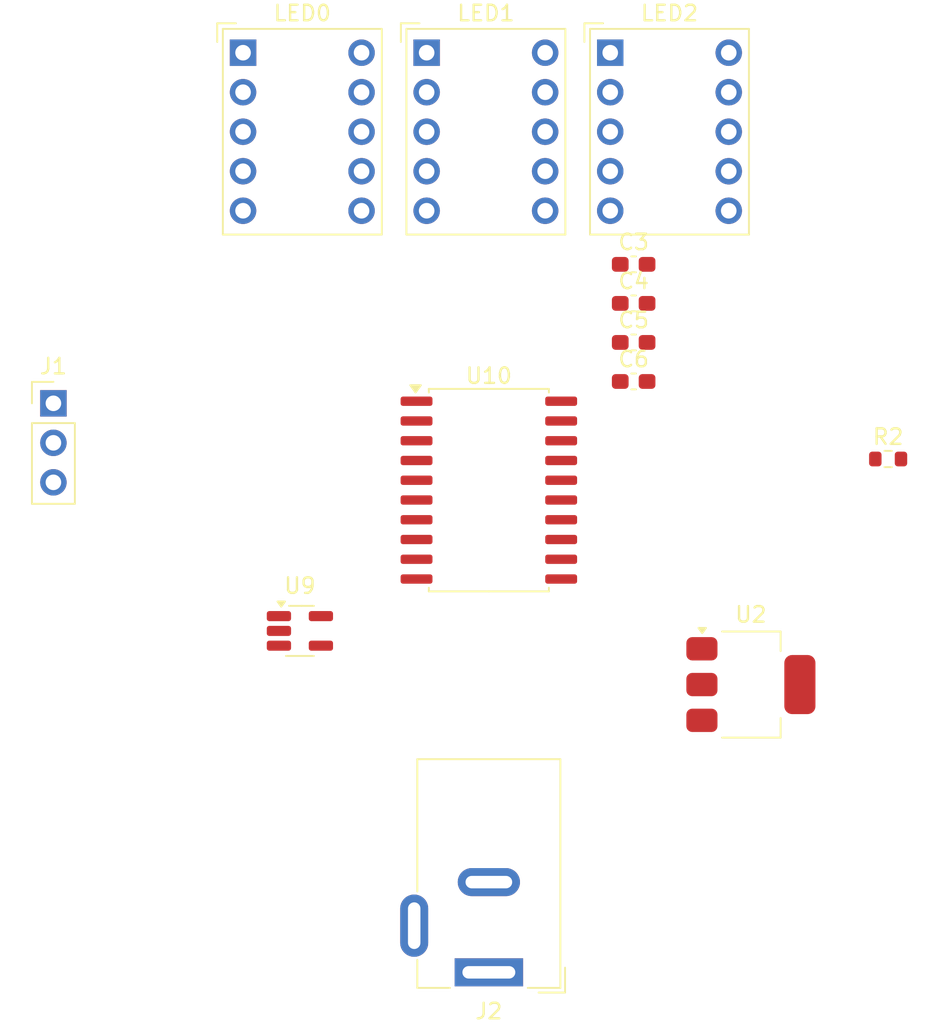
<source format=kicad_pcb>
(kicad_pcb (version 20241229) (generator "pcbnew") (generator_version "9.0")
  (layers (0 "F.Cu" signal) (2 "B.Cu" signal) (13 "F.Paste" user) (15 "B.Paste" user) (5 "F.SilkS" user "F.Silkscreen") (7 "B.SilkS" user "B.Silkscreen") (1 "F.Mask" user) (3 "B.Mask" user) (25 "Edge.Cuts" user))
  (net 0 "")
  (net 1 "VCC")
  (net 2 "GND")
  (net 4 "Net-(U10-VCC)")
  (net 7 "/5V")
  (net 8 "Net-(U9-V_{DD})")
  (net 9 "Net-(U2-VI)")
  (net 10 "Net-(U2-VO)")
  (net 11 "Net-(J1-Pin_2)")
  (net 12 "/SEG0-D")
  (net 13 "Net-(LED0-CA-Pad3)")
  (net 14 "/SEG0-G")
  (net 15 "/SEG0-B")
  (net 16 "/SEG0-E")
  (net 17 "/SEG0-A")
  (net 18 "/SEG0-C")
  (net 20 "/SEG0-F")
  (net 21 "/SEG1-D")
  (net 22 "/SEG1-E")
  (net 23 "/SEG1-B")
  (net 24 "/SEG1-F")
  (net 26 "/SEG1-G")
  (net 27 "/SEG1-C")
  (net 28 "/SEG1-A")
  (net 30 "/SEG2-C")
  (net 32 "/SEG2-B")
  (net 33 "/SEG2-G")
  (footprint "Capacitor_SMD:C_0603_1608Metric_Pad1.08x0.95mm_HandSolder" (layer "F.Cu") (at 150.81 109.015)
    (property "Reference" "C6" (at 0 -1.43 0) (layer "F.SilkS"))
    (property "Value" "100nF")
    (fp_line (start -0.146267 -0.51) (end 0.146267 -0.51) (stroke (width 0.12)) (layer "F.SilkS"))
    (fp_line (start -0.146267 0.51) (end 0.146267 0.51) (stroke (width 0.12)) (layer "F.SilkS"))
    (pad "1" smd roundrect (at -0.8625 0) (size 1.075 0.95) (layers "F.Cu" "F.Mask" "F.Paste") (net 10 "Net-(U2-VO)"))
    (pad "2" smd roundrect (at 0.8625 0) (size 1.075 0.95) (layers "F.Cu" "F.Mask" "F.Paste") (net 7 "/5V"))
  )
  (footprint "Resistor_SMD:R_0603_1608Metric" (layer "F.Cu") (at 167.175 114)
    (property "Reference" "R2" (at 0 -1.43 0) (layer "F.SilkS"))
    (property "Value" "150 Ohms")
    (fp_line (start -0.237258 -0.5225) (end 0.237258 -0.5225) (stroke (width 0.12)) (layer "F.SilkS"))
    (fp_line (start -0.237258 0.5225) (end 0.237258 0.5225) (stroke (width 0.12)) (layer "F.SilkS"))
    (pad "1" smd roundrect (at -0.825 0) (size 0.8 0.95) (layers "F.Cu" "F.Mask" "F.Paste") (net 13 "Net-(LED0-CA-Pad3)"))
    (pad "2" smd roundrect (at 0.825 0) (size 0.8 0.95) (layers "F.Cu" "F.Mask" "F.Paste") (net 7 "/5V"))
  )
  (footprint "Display_7Segment:Sx39-1xxxxx" (layer "F.Cu") (at 137.5 87.88)
    (property "Reference" "LED1" (at 3.81 -2.54 0) (layer "F.SilkS"))
    (property "Value" "SA39-11EWA")
    (fp_line (start -1.66 -1.89) (end -0.46 -1.89) (stroke (width 0.12)) (layer "F.SilkS"))
    (fp_line (start -1.66 -0.69) (end -1.66 -1.89) (stroke (width 0.12)) (layer "F.SilkS"))
    (fp_line (start -1.3 -1.53) (end -1.3 11.69) (stroke (width 0.12)) (layer "F.SilkS"))
    (fp_line (start -1.3 11.69) (end 8.92 11.69) (stroke (width 0.12)) (layer "F.SilkS"))
    (fp_line (start 8.92 -1.53) (end -1.3 -1.53) (stroke (width 0.12)) (layer "F.SilkS"))
    (fp_line (start 8.92 11.69) (end 8.92 -1.53) (stroke (width 0.12)) (layer "F.SilkS"))
    (pad "1" thru_hole rect (at 0 0) (size 1.7 1.7) (drill 1) (layers "*.Cu" "*.Mask") (net 26 "/SEG1-G"))
    (pad "2" thru_hole circle (at 0 2.54) (size 1.7 1.7) (drill 1) (layers "*.Cu" "*.Mask") (net 24 "/SEG1-F"))
    (pad "3" thru_hole circle (at 0 5.08) (size 1.7 1.7) (drill 1) (layers "*.Cu" "*.Mask") (net 13 "Net-(LED0-CA-Pad3)"))
    (pad "4" thru_hole circle (at 0 7.62) (size 1.7 1.7) (drill 1) (layers "*.Cu" "*.Mask") (net 22 "/SEG1-E"))
    (pad "5" thru_hole circle (at 0 10.16) (size 1.7 1.7) (drill 1) (layers "*.Cu" "*.Mask") (net 21 "/SEG1-D"))
    (pad "6" thru_hole circle (at 7.62 10.16) (size 1.7 1.7) (drill 1) (layers "*.Cu" "*.Mask"))
    (pad "7" thru_hole circle (at 7.62 7.62) (size 1.7 1.7) (drill 1) (layers "*.Cu" "*.Mask") (net 27 "/SEG1-C"))
    (pad "8" thru_hole circle (at 7.62 5.08) (size 1.7 1.7) (drill 1) (layers "*.Cu" "*.Mask") (net 13 "Net-(LED0-CA-Pad3)"))
    (pad "9" thru_hole circle (at 7.62 2.54) (size 1.7 1.7) (drill 1) (layers "*.Cu" "*.Mask") (net 23 "/SEG1-B"))
    (pad "10" thru_hole circle (at 7.62 0) (size 1.7 1.7) (drill 1) (layers "*.Cu" "*.Mask") (net 28 "/SEG1-A"))
  )
  (footprint "Display_7Segment:Sx39-1xxxxx" (layer "F.Cu") (at 125.695 87.88)
    (property "Reference" "LED0" (at 3.81 -2.54 0) (layer "F.SilkS"))
    (property "Value" "SA39-11EWA")
    (fp_line (start -1.66 -1.89) (end -0.46 -1.89) (stroke (width 0.12)) (layer "F.SilkS"))
    (fp_line (start -1.66 -0.69) (end -1.66 -1.89) (stroke (width 0.12)) (layer "F.SilkS"))
    (fp_line (start -1.3 -1.53) (end -1.3 11.69) (stroke (width 0.12)) (layer "F.SilkS"))
    (fp_line (start -1.3 11.69) (end 8.92 11.69) (stroke (width 0.12)) (layer "F.SilkS"))
    (fp_line (start 8.92 -1.53) (end -1.3 -1.53) (stroke (width 0.12)) (layer "F.SilkS"))
    (fp_line (start 8.92 11.69) (end 8.92 -1.53) (stroke (width 0.12)) (layer "F.SilkS"))
    (pad "1" thru_hole rect (at 0 0) (size 1.7 1.7) (drill 1) (layers "*.Cu" "*.Mask") (net 14 "/SEG0-G"))
    (pad "2" thru_hole circle (at 0 2.54) (size 1.7 1.7) (drill 1) (layers "*.Cu" "*.Mask") (net 20 "/SEG0-F"))
    (pad "3" thru_hole circle (at 0 5.08) (size 1.7 1.7) (drill 1) (layers "*.Cu" "*.Mask") (net 13 "Net-(LED0-CA-Pad3)"))
    (pad "4" thru_hole circle (at 0 7.62) (size 1.7 1.7) (drill 1) (layers "*.Cu" "*.Mask") (net 16 "/SEG0-E"))
    (pad "5" thru_hole circle (at 0 10.16) (size 1.7 1.7) (drill 1) (layers "*.Cu" "*.Mask") (net 12 "/SEG0-D"))
    (pad "6" thru_hole circle (at 7.62 10.16) (size 1.7 1.7) (drill 1) (layers "*.Cu" "*.Mask"))
    (pad "7" thru_hole circle (at 7.62 7.62) (size 1.7 1.7) (drill 1) (layers "*.Cu" "*.Mask") (net 18 "/SEG0-C"))
    (pad "8" thru_hole circle (at 7.62 5.08) (size 1.7 1.7) (drill 1) (layers "*.Cu" "*.Mask") (net 13 "Net-(LED0-CA-Pad3)"))
    (pad "9" thru_hole circle (at 7.62 2.54) (size 1.7 1.7) (drill 1) (layers "*.Cu" "*.Mask") (net 15 "/SEG0-B"))
    (pad "10" thru_hole circle (at 7.62 0) (size 1.7 1.7) (drill 1) (layers "*.Cu" "*.Mask") (net 17 "/SEG0-A"))
  )
  (footprint "Capacitor_SMD:C_0603_1608Metric_Pad1.08x0.95mm_HandSolder" (layer "F.Cu") (at 150.81 103.995)
    (property "Reference" "C4" (at 0 -1.43 0) (layer "F.SilkS"))
    (property "Value" "100nF")
    (fp_line (start -0.146267 -0.51) (end 0.146267 -0.51) (stroke (width 0.12)) (layer "F.SilkS"))
    (fp_line (start -0.146267 0.51) (end 0.146267 0.51) (stroke (width 0.12)) (layer "F.SilkS"))
    (pad "1" smd roundrect (at -0.8625 0) (size 1.075 0.95) (layers "F.Cu" "F.Mask" "F.Paste") (net 7 "/5V"))
    (pad "2" smd roundrect (at 0.8625 0) (size 1.075 0.95) (layers "F.Cu" "F.Mask" "F.Paste") (net 8 "Net-(U9-V_{DD})"))
  )
  (footprint "Package_SO:SOIC-20W_7.5x12.8mm_P1.27mm" (layer "F.Cu") (at 141.5 116)
    (property "Reference" "U10" (at 0 -7.35 0) (layer "F.SilkS"))
    (property "Value" "ATtiny1616-S")
    (fp_line (start -3.86 -6.51) (end -3.86 -6.275) (stroke (width 0.12)) (layer "F.SilkS"))
    (fp_line (start -3.86 6.51) (end -3.86 6.275) (stroke (width 0.12)) (layer "F.SilkS"))
    (fp_line (start 0 -6.51) (end -3.86 -6.51) (stroke (width 0.12)) (layer "F.SilkS"))
    (fp_line (start 0 -6.51) (end 3.86 -6.51) (stroke (width 0.12)) (layer "F.SilkS"))
    (fp_line (start 0 6.51) (end -3.86 6.51) (stroke (width 0.12)) (layer "F.SilkS"))
    (fp_line (start 0 6.51) (end 3.86 6.51) (stroke (width 0.12)) (layer "F.SilkS"))
    (fp_line (start 3.86 -6.51) (end 3.86 -6.275) (stroke (width 0.12)) (layer "F.SilkS"))
    (fp_line (start 3.86 6.51) (end 3.86 6.275) (stroke (width 0.12)) (layer "F.SilkS"))
    (fp_poly (pts (xy -4.7125 -6.275) (xy -5.0525 -6.745) (xy -4.3725 -6.745)) (stroke (width 0.12)) (fill yes) (layer "F.SilkS"))
    (pad "1" smd roundrect (at -4.65 -5.715) (size 2.05 0.6) (layers "F.Cu" "F.Mask" "F.Paste") (net 4 "Net-(U10-VCC)"))
    (pad "2" smd roundrect (at -4.65 -4.445) (size 2.05 0.6) (layers "F.Cu" "F.Mask" "F.Paste") (net 16 "/SEG0-E"))
    (pad "3" smd roundrect (at -4.65 -3.175) (size 2.05 0.6) (layers "F.Cu" "F.Mask" "F.Paste") (net 20 "/SEG0-F"))
    (pad "4" smd roundrect (at -4.65 -1.905) (size 2.05 0.6) (layers "F.Cu" "F.Mask" "F.Paste") (net 14 "/SEG0-G"))
    (pad "5" smd roundrect (at -4.65 -0.635) (size 2.05 0.6) (layers "F.Cu" "F.Mask" "F.Paste") (net 28 "/SEG1-A"))
    (pad "6" smd roundrect (at -4.65 0.635) (size 2.05 0.6) (layers "F.Cu" "F.Mask" "F.Paste") (net 26 "/SEG1-G"))
    (pad "7" smd roundrect (at -4.65 1.905) (size 2.05 0.6) (layers "F.Cu" "F.Mask" "F.Paste") (net 24 "/SEG1-F"))
    (pad "8" smd roundrect (at -4.65 3.175) (size 2.05 0.6) (layers "F.Cu" "F.Mask" "F.Paste") (net 22 "/SEG1-E"))
    (pad "9" smd roundrect (at -4.65 4.445) (size 2.05 0.6) (layers "F.Cu" "F.Mask" "F.Paste") (net 21 "/SEG1-D"))
    (pad "10" smd roundrect (at -4.65 5.715) (size 2.05 0.6) (layers "F.Cu" "F.Mask" "F.Paste") (net 27 "/SEG1-C"))
    (pad "11" smd roundrect (at 4.65 5.715) (size 2.05 0.6) (layers "F.Cu" "F.Mask" "F.Paste") (net 23 "/SEG1-B"))
    (pad "12" smd roundrect (at 4.65 4.445) (size 2.05 0.6) (layers "F.Cu" "F.Mask" "F.Paste") (net 17 "/SEG0-A"))
    (pad "13" smd roundrect (at 4.65 3.175) (size 2.05 0.6) (layers "F.Cu" "F.Mask" "F.Paste") (net 32 "/SEG2-B"))
    (pad "14" smd roundrect (at 4.65 1.905) (size 2.05 0.6) (layers "F.Cu" "F.Mask" "F.Paste") (net 30 "/SEG2-C"))
    (pad "15" smd roundrect (at 4.65 0.635) (size 2.05 0.6) (layers "F.Cu" "F.Mask" "F.Paste") (net 33 "/SEG2-G"))
    (pad "16" smd roundrect (at 4.65 -0.635) (size 2.05 0.6) (layers "F.Cu" "F.Mask" "F.Paste") (net 11 "Net-(J1-Pin_2)"))
    (pad "17" smd roundrect (at 4.65 -1.905) (size 2.05 0.6) (layers "F.Cu" "F.Mask" "F.Paste") (net 15 "/SEG0-B"))
    (pad "18" smd roundrect (at 4.65 -3.175) (size 2.05 0.6) (layers "F.Cu" "F.Mask" "F.Paste") (net 18 "/SEG0-C"))
    (pad "19" smd roundrect (at 4.65 -4.445) (size 2.05 0.6) (layers "F.Cu" "F.Mask" "F.Paste") (net 12 "/SEG0-D"))
    (pad "20" smd roundrect (at 4.65 -5.715) (size 2.05 0.6) (layers "F.Cu" "F.Mask" "F.Paste") (net 2 "GND"))
  )
  (footprint "Capacitor_SMD:C_0603_1608Metric_Pad1.08x0.95mm_HandSolder" (layer "F.Cu") (at 150.81 106.505)
    (property "Reference" "C5" (at 0 -1.43 0) (layer "F.SilkS"))
    (property "Value" "100nF")
    (fp_line (start -0.146267 -0.51) (end 0.146267 -0.51) (stroke (width 0.12)) (layer "F.SilkS"))
    (fp_line (start -0.146267 0.51) (end 0.146267 0.51) (stroke (width 0.12)) (layer "F.SilkS"))
    (pad "1" smd roundrect (at -0.8625 0) (size 1.075 0.95) (layers "F.Cu" "F.Mask" "F.Paste") (net 1 "VCC"))
    (pad "2" smd roundrect (at 0.8625 0) (size 1.075 0.95) (layers "F.Cu" "F.Mask" "F.Paste") (net 9 "Net-(U2-VI)"))
  )
  (footprint "Connector_PinHeader_2.54mm:PinHeader_1x03_P2.54mm_Vertical" (layer "F.Cu") (at 113.5 110.42)
    (property "Reference" "J1" (at 0 -2.38 0) (layer "F.SilkS"))
    (property "Value" "ProgPins")
    (fp_line (start -1.38 -1.38) (end 0 -1.38) (stroke (width 0.12)) (layer "F.SilkS"))
    (fp_line (start -1.38 0) (end -1.38 -1.38) (stroke (width 0.12)) (layer "F.SilkS"))
    (fp_line (start -1.38 1.27) (end -1.38 6.46) (stroke (width 0.12)) (layer "F.SilkS"))
    (fp_line (start -1.38 1.27) (end 1.38 1.27) (stroke (width 0.12)) (layer "F.SilkS"))
    (fp_line (start -1.38 6.46) (end 1.38 6.46) (stroke (width 0.12)) (layer "F.SilkS"))
    (fp_line (start 1.38 1.27) (end 1.38 6.46) (stroke (width 0.12)) (layer "F.SilkS"))
    (pad "1" thru_hole rect (at 0 0) (size 1.7 1.7) (drill 1) (layers "*.Cu" "*.Mask") (net 7 "/5V"))
    (pad "2" thru_hole circle (at 0 2.54) (size 1.7 1.7) (drill 1) (layers "*.Cu" "*.Mask") (net 11 "Net-(J1-Pin_2)"))
    (pad "3" thru_hole circle (at 0 5.08) (size 1.7 1.7) (drill 1) (layers "*.Cu" "*.Mask") (net 2 "GND"))
  )
  (footprint "Package_TO_SOT_SMD:SOT-23-5_HandSoldering" (layer "F.Cu") (at 129.35 125.05)
    (property "Reference" "U9" (at 0 -2.9 0) (layer "F.SilkS"))
    (property "Value" "MCP9700Ax-ELT")
    (fp_line (start -0.9 1.61) (end 0.9 1.61) (stroke (width 0.12)) (layer "F.SilkS"))
    (fp_line (start 0.1 -1.61) (end -0.7 -1.61) (stroke (width 0.12)) (layer "F.SilkS"))
    (fp_line (start 0.1 -1.61) (end 0.9 -1.61) (stroke (width 0.12)) (layer "F.SilkS"))
    (fp_poly (pts (xy -1.2 -1.56) (xy -1.44 -1.89) (xy -0.96 -1.89) (xy -1.2 -1.56)) (stroke (width 0.12)) (fill yes) (layer "F.SilkS"))
    (pad "1" smd roundrect (at -1.35 -0.95) (size 1.56 0.65) (layers "F.Cu" "F.Mask" "F.Paste"))
    (pad "2" smd roundrect (at -1.35 0) (size 1.56 0.65) (layers "F.Cu" "F.Mask" "F.Paste") (net 2 "GND"))
    (pad "3" smd roundrect (at -1.35 0.95) (size 1.56 0.65) (layers "F.Cu" "F.Mask" "F.Paste") (net 11 "Net-(J1-Pin_2)"))
    (pad "4" smd roundrect (at 1.35 0.95) (size 1.56 0.65) (layers "F.Cu" "F.Mask" "F.Paste") (net 8 "Net-(U9-V_{DD})"))
    (pad "5" smd roundrect (at 1.35 -0.95) (size 1.56 0.65) (layers "F.Cu" "F.Mask" "F.Paste"))
  )
  (footprint "Package_TO_SOT_SMD:SOT-223-3_TabPin2" (layer "F.Cu") (at 158.35 128.5)
    (property "Reference" "U2" (at 0 -4.5 0) (layer "F.SilkS"))
    (property "Value" "LDO")
    (fp_line (start -1.85 -3.41) (end 1.91 -3.41) (stroke (width 0.12)) (layer "F.SilkS"))
    (fp_line (start -1.85 3.41) (end 1.91 3.41) (stroke (width 0.12)) (layer "F.SilkS"))
    (fp_line (start 1.91 -3.41) (end 1.91 -2.15) (stroke (width 0.12)) (layer "F.SilkS"))
    (fp_line (start 1.91 3.41) (end 1.91 2.15) (stroke (width 0.12)) (layer "F.SilkS"))
    (fp_poly (pts (xy -3.13 -3.31) (xy -3.37 -3.64) (xy -2.89 -3.64) (xy -3.13 -3.31)) (stroke (width 0.12)) (fill yes) (layer "F.SilkS"))
    (pad "1" smd roundrect (at -3.15 -2.3) (size 2 1.5) (layers "F.Cu" "F.Mask" "F.Paste") (net 2 "GND"))
    (pad "2" smd roundrect (at -3.15 0) (size 2 1.5) (layers "F.Cu" "F.Mask" "F.Paste") (net 10 "Net-(U2-VO)"))
    (pad "2" smd roundrect (at 3.15 0) (size 2 3.8) (layers "F.Cu" "F.Mask" "F.Paste") (net 10 "Net-(U2-VO)"))
    (pad "3" smd roundrect (at -3.15 2.3) (size 2 1.5) (layers "F.Cu" "F.Mask" "F.Paste") (net 9 "Net-(U2-VI)"))
  )
  (footprint "Display_7Segment:Sx39-1xxxxx" (layer "F.Cu") (at 149.305 87.88)
    (property "Reference" "LED2" (at 3.81 -2.54 0) (layer "F.SilkS"))
    (property "Value" "SA39-11EWA")
    (fp_line (start -1.66 -1.89) (end -0.46 -1.89) (stroke (width 0.12)) (layer "F.SilkS"))
    (fp_line (start -1.66 -0.69) (end -1.66 -1.89) (stroke (width 0.12)) (layer "F.SilkS"))
    (fp_line (start -1.3 -1.53) (end -1.3 11.69) (stroke (width 0.12)) (layer "F.SilkS"))
    (fp_line (start -1.3 11.69) (end 8.92 11.69) (stroke (width 0.12)) (layer "F.SilkS"))
    (fp_line (start 8.92 -1.53) (end -1.3 -1.53) (stroke (width 0.12)) (layer "F.SilkS"))
    (fp_line (start 8.92 11.69) (end 8.92 -1.53) (stroke (width 0.12)) (layer "F.SilkS"))
    (pad "1" thru_hole rect (at 0 0) (size 1.7 1.7) (drill 1) (layers "*.Cu" "*.Mask") (net 33 "/SEG2-G"))
    (pad "2" thru_hole circle (at 0 2.54) (size 1.7 1.7) (drill 1) (layers "*.Cu" "*.Mask"))
    (pad "3" thru_hole circle (at 0 5.08) (size 1.7 1.7) (drill 1) (layers "*.Cu" "*.Mask") (net 13 "Net-(LED0-CA-Pad3)"))
    (pad "4" thru_hole circle (at 0 7.62) (size 1.7 1.7) (drill 1) (layers "*.Cu" "*.Mask"))
    (pad "5" thru_hole circle (at 0 10.16) (size 1.7 1.7) (drill 1) (layers "*.Cu" "*.Mask"))
    (pad "6" thru_hole circle (at 7.62 10.16) (size 1.7 1.7) (drill 1) (layers "*.Cu" "*.Mask"))
    (pad "7" thru_hole circle (at 7.62 7.62) (size 1.7 1.7) (drill 1) (layers "*.Cu" "*.Mask") (net 30 "/SEG2-C"))
    (pad "8" thru_hole circle (at 7.62 5.08) (size 1.7 1.7) (drill 1) (layers "*.Cu" "*.Mask") (net 13 "Net-(LED0-CA-Pad3)"))
    (pad "9" thru_hole circle (at 7.62 2.54) (size 1.7 1.7) (drill 1) (layers "*.Cu" "*.Mask") (net 32 "/SEG2-B"))
    (pad "10" thru_hole circle (at 7.62 0) (size 1.7 1.7) (drill 1) (layers "*.Cu" "*.Mask"))
  )
  (footprint "Connector_BarrelJack:BarrelJack_Wuerth_6941xx301002" (layer "F.Cu") (at 141.5 147 180)
    (property "Reference" "J2" (at 0 -2.5 0) (layer "F.SilkS"))
    (property "Value" "Barrel")
    (fp_line (start 4.6 13.7) (end -4.6 13.7) (stroke (width 0.12)) (layer "F.SilkS"))
    (fp_line (start 4.6 5.2) (end 4.6 13.7) (stroke (width 0.12)) (layer "F.SilkS"))
    (fp_line (start 4.6 -1) (end 4.6 0.8) (stroke (width 0.12)) (layer "F.SilkS"))
    (fp_line (start 2.5 -1) (end 4.6 -1) (stroke (width 0.12)) (layer "F.SilkS"))
    (fp_line (start -3.2 -1.3) (end -4.9 -1.3) (stroke (width 0.12)) (layer "F.SilkS"))
    (fp_line (start -4.6 13.7) (end -4.6 -1) (stroke (width 0.12)) (layer "F.SilkS"))
    (fp_line (start -4.6 -1) (end -2.5 -1) (stroke (width 0.12)) (layer "F.SilkS"))
    (fp_line (start -4.9 -1.3) (end -4.9 0.3) (stroke (width 0.12)) (layer "F.SilkS"))
    (pad "1" thru_hole rect (at 0 0 180) (size 4.4 1.8) (drill oval 3.4 0.8) (layers "*.Cu" "*.Mask") (net 2 "GND"))
    (pad "2" thru_hole oval (at 0 5.8 180) (size 4 1.8) (drill oval 3 0.8) (layers "*.Cu" "*.Mask") (net 1 "VCC"))
    (pad "3" thru_hole oval (at 4.8 3 270) (size 4 1.8) (drill oval 3 0.8) (layers "*.Cu" "*.Mask"))
  )
  (footprint "Capacitor_SMD:C_0603_1608Metric_Pad1.08x0.95mm_HandSolder" (layer "F.Cu") (at 150.81 101.485)
    (property "Reference" "C3" (at 0 -1.43 0) (layer "F.SilkS"))
    (property "Value" "100nF")
    (fp_line (start -0.146267 -0.51) (end 0.146267 -0.51) (stroke (width 0.12)) (layer "F.SilkS"))
    (fp_line (start -0.146267 0.51) (end 0.146267 0.51) (stroke (width 0.12)) (layer "F.SilkS"))
    (pad "1" smd roundrect (at -0.8625 0) (size 1.075 0.95) (layers "F.Cu" "F.Mask" "F.Paste") (net 7 "/5V"))
    (pad "2" smd roundrect (at 0.8625 0) (size 1.075 0.95) (layers "F.Cu" "F.Mask" "F.Paste") (net 4 "Net-(U10-VCC)"))
  )
)
</source>
